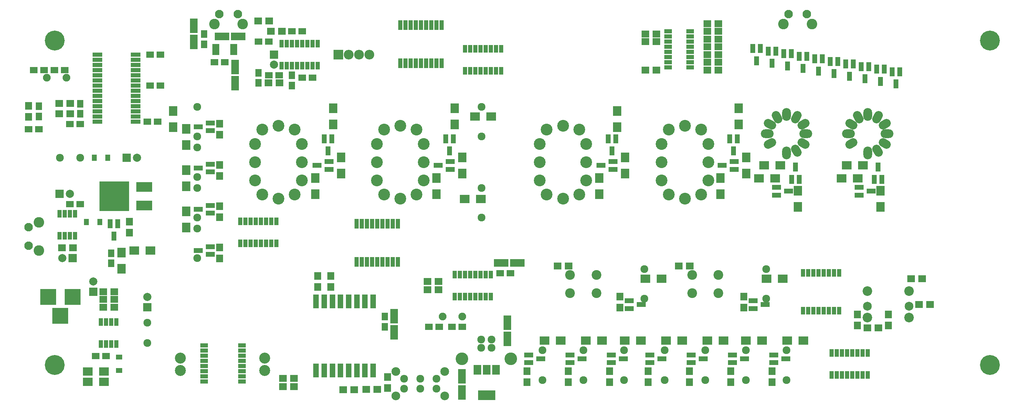
<source format=gbs>
G04 #@! TF.FileFunction,Soldermask,Bot*
%FSLAX46Y46*%
G04 Gerber Fmt 4.6, Leading zero omitted, Abs format (unit mm)*
G04 Created by KiCad (PCBNEW 4.0.5) date 04/11/17 00:20:58*
%MOMM*%
%LPD*%
G01*
G04 APERTURE LIST*
%ADD10C,0.100000*%
%ADD11C,1.900000*%
%ADD12C,2.700000*%
%ADD13R,2.400000X1.000000*%
%ADD14R,1.900000X1.000000*%
%ADD15C,2.900000*%
%ADD16R,4.200000X2.400000*%
%ADD17R,1.900000X2.400000*%
%ADD18R,1.000000X1.900000*%
%ADD19R,1.000000X2.400000*%
%ADD20R,1.000000X1.950000*%
%ADD21R,1.800000X0.700000*%
%ADD22C,2.362000*%
%ADD23C,2.162000*%
%ADD24C,2.600000*%
%ADD25C,2.100000*%
%ADD26C,2.400000*%
%ADD27C,1.924000*%
%ADD28C,2.150000*%
%ADD29R,2.400000X2.100000*%
%ADD30R,2.100000X2.400000*%
%ADD31R,1.900000X1.700000*%
%ADD32R,2.300000X1.200000*%
%ADD33R,1.200000X2.300000*%
%ADD34R,3.900000X2.400000*%
%ADD35R,7.400000X7.400000*%
%ADD36R,3.900000X3.900000*%
%ADD37C,1.920000*%
%ADD38C,3.100000*%
%ADD39R,1.300000X1.600000*%
%ADD40R,1.600000X1.300000*%
%ADD41R,3.600000X1.900000*%
%ADD42R,1.650000X1.900000*%
%ADD43R,1.900000X1.650000*%
%ADD44R,1.900000X3.600000*%
%ADD45R,2.000000X2.000000*%
%ADD46C,2.000000*%
%ADD47R,1.700000X1.900000*%
%ADD48R,1.400000X3.400000*%
%ADD49O,2.150000X3.150000*%
%ADD50C,2.150000*%
%ADD51O,3.150000X2.150000*%
%ADD52O,2.398980X2.398980*%
%ADD53R,2.398980X2.398980*%
%ADD54C,4.900000*%
G04 APERTURE END LIST*
D10*
X222393000Y-56000000D02*
G75*
G03X222393000Y-56000000I-1143000J0D01*
G01*
X216389000Y-53500000D02*
G75*
G03X216389000Y-53500000I-889000J0D01*
G01*
X220889000Y-53500000D02*
G75*
G03X220889000Y-53500000I-889000J0D01*
G01*
X215393000Y-56000000D02*
G75*
G03X215393000Y-56000000I-1143000J0D01*
G01*
X82393000Y-56000000D02*
G75*
G03X82393000Y-56000000I-1143000J0D01*
G01*
X76389000Y-53500000D02*
G75*
G03X76389000Y-53500000I-889000J0D01*
G01*
X80889000Y-53500000D02*
G75*
G03X80889000Y-53500000I-889000J0D01*
G01*
X75393000Y-56000000D02*
G75*
G03X75393000Y-56000000I-1143000J0D01*
G01*
X32218000Y-104795000D02*
G75*
G03X32218000Y-104795000I-1143000J0D01*
G01*
X29464000Y-110545000D02*
G75*
G03X29464000Y-110545000I-889000J0D01*
G01*
X29464000Y-106045000D02*
G75*
G03X29464000Y-106045000I-889000J0D01*
G01*
X32218000Y-111795000D02*
G75*
G03X32218000Y-111795000I-1143000J0D01*
G01*
D11*
X33020000Y-69215000D03*
X37900000Y-69215000D03*
D12*
X65850800Y-138250800D03*
X65850800Y-141350800D03*
X86650800Y-138250800D03*
X86650800Y-141350800D03*
D13*
X54865000Y-63500000D03*
X54865000Y-64770000D03*
X54865000Y-66040000D03*
X54865000Y-67310000D03*
X54865000Y-68580000D03*
X54865000Y-69850000D03*
X54865000Y-71120000D03*
X54865000Y-72390000D03*
X54865000Y-73660000D03*
X54865000Y-74930000D03*
X54865000Y-76200000D03*
X54865000Y-77470000D03*
X54865000Y-78740000D03*
X54865000Y-80010000D03*
X45465000Y-80010000D03*
X45465000Y-78740000D03*
X45465000Y-77470000D03*
X45465000Y-76200000D03*
X45465000Y-74930000D03*
X45465000Y-73660000D03*
X45465000Y-72390000D03*
X45465000Y-71120000D03*
X45465000Y-69850000D03*
X45465000Y-68580000D03*
X45465000Y-67310000D03*
X45465000Y-66040000D03*
X45465000Y-64770000D03*
X45465000Y-63500000D03*
D14*
X71753200Y-144043400D03*
X71753200Y-142773400D03*
X71753200Y-141503400D03*
X71753200Y-140233400D03*
X71753200Y-138963400D03*
X71753200Y-137693400D03*
X71753200Y-136423400D03*
X71753200Y-135153400D03*
X81053200Y-135153400D03*
X81053200Y-136423400D03*
X81053200Y-137693400D03*
X81053200Y-138963400D03*
X81053200Y-140233400D03*
X81053200Y-141503400D03*
X81053200Y-142773400D03*
X81053200Y-144043400D03*
D15*
X164000000Y-82000000D03*
X165750000Y-85500000D03*
X165750000Y-90000000D03*
X165750000Y-94500000D03*
X164000000Y-98000000D03*
X160000000Y-99000000D03*
X156000000Y-98000000D03*
X154250000Y-94500000D03*
X154250000Y-90000000D03*
X154250000Y-85500000D03*
X156000000Y-82000000D03*
X160000000Y-81000000D03*
D16*
X141224000Y-147422000D03*
D17*
X141224000Y-141122000D03*
X143524000Y-141122000D03*
X138924000Y-141122000D03*
D15*
X124000000Y-82000000D03*
X125750000Y-85500000D03*
X125750000Y-90000000D03*
X125750000Y-94500000D03*
X124000000Y-98000000D03*
X120000000Y-99000000D03*
X116000000Y-98000000D03*
X114250000Y-94500000D03*
X114250000Y-90000000D03*
X114250000Y-85500000D03*
X116000000Y-82000000D03*
X120000000Y-81000000D03*
X94000000Y-82000000D03*
X95750000Y-85500000D03*
X95750000Y-90000000D03*
X95750000Y-94500000D03*
X94000000Y-98000000D03*
X90000000Y-99000000D03*
X86000000Y-98000000D03*
X84250000Y-94500000D03*
X84250000Y-90000000D03*
X84250000Y-85500000D03*
X86000000Y-82000000D03*
X90000000Y-81000000D03*
D18*
X135890000Y-62070000D03*
X137160000Y-62070000D03*
X138430000Y-62070000D03*
X139700000Y-62070000D03*
X140970000Y-62070000D03*
X142240000Y-62070000D03*
X143510000Y-62070000D03*
X144780000Y-62070000D03*
X144780000Y-67470000D03*
X143510000Y-67470000D03*
X142240000Y-67470000D03*
X140970000Y-67470000D03*
X139700000Y-67470000D03*
X138430000Y-67470000D03*
X137160000Y-67470000D03*
X135890000Y-67470000D03*
X89535000Y-110015000D03*
X88265000Y-110015000D03*
X86995000Y-110015000D03*
X85725000Y-110015000D03*
X84455000Y-110015000D03*
X83185000Y-110015000D03*
X81915000Y-110015000D03*
X80645000Y-110015000D03*
X80645000Y-104615000D03*
X81915000Y-104615000D03*
X83185000Y-104615000D03*
X84455000Y-104615000D03*
X85725000Y-104615000D03*
X86995000Y-104615000D03*
X88265000Y-104615000D03*
X89535000Y-104615000D03*
X226060000Y-137000000D03*
X227330000Y-137000000D03*
X228600000Y-137000000D03*
X229870000Y-137000000D03*
X231140000Y-137000000D03*
X232410000Y-137000000D03*
X233680000Y-137000000D03*
X234950000Y-137000000D03*
X234950000Y-142400000D03*
X233680000Y-142400000D03*
X232410000Y-142400000D03*
X231140000Y-142400000D03*
X229870000Y-142400000D03*
X228600000Y-142400000D03*
X227330000Y-142400000D03*
X226060000Y-142400000D03*
D14*
X191295000Y-57785000D03*
X191295000Y-59055000D03*
X191295000Y-60325000D03*
X191295000Y-61595000D03*
X191295000Y-62865000D03*
X191295000Y-64135000D03*
X191295000Y-65405000D03*
X191295000Y-66675000D03*
X185895000Y-66675000D03*
X185895000Y-65405000D03*
X185895000Y-64135000D03*
X185895000Y-62865000D03*
X185895000Y-61595000D03*
X185895000Y-60325000D03*
X185895000Y-59055000D03*
X185895000Y-57785000D03*
D19*
X109220000Y-105155000D03*
X110490000Y-105155000D03*
X111760000Y-105155000D03*
X113030000Y-105155000D03*
X114300000Y-105155000D03*
X115570000Y-105155000D03*
X116840000Y-105155000D03*
X118110000Y-105155000D03*
X119380000Y-105155000D03*
X119380000Y-114555000D03*
X118110000Y-114555000D03*
X116840000Y-114555000D03*
X115570000Y-114555000D03*
X114300000Y-114555000D03*
X113030000Y-114555000D03*
X111760000Y-114555000D03*
X110490000Y-114555000D03*
X109220000Y-114555000D03*
X120015000Y-56260000D03*
X121285000Y-56260000D03*
X122555000Y-56260000D03*
X123825000Y-56260000D03*
X125095000Y-56260000D03*
X126365000Y-56260000D03*
X127635000Y-56260000D03*
X128905000Y-56260000D03*
X130175000Y-56260000D03*
X130175000Y-65660000D03*
X128905000Y-65660000D03*
X127635000Y-65660000D03*
X126365000Y-65660000D03*
X125095000Y-65660000D03*
X123825000Y-65660000D03*
X122555000Y-65660000D03*
X121285000Y-65660000D03*
X120015000Y-65660000D03*
D20*
X36195000Y-102710000D03*
X37465000Y-102710000D03*
X38735000Y-102710000D03*
X40005000Y-102710000D03*
X40005000Y-108110000D03*
X38735000Y-108110000D03*
X37465000Y-108110000D03*
X36195000Y-108110000D03*
X50165000Y-134780000D03*
X48895000Y-134780000D03*
X47625000Y-134780000D03*
X46355000Y-134780000D03*
X46355000Y-129380000D03*
X47625000Y-129380000D03*
X48895000Y-129380000D03*
X50165000Y-129380000D03*
D21*
X74635000Y-63230000D03*
X74635000Y-62730000D03*
X74635000Y-62230000D03*
X74635000Y-61730000D03*
X74635000Y-61230000D03*
X79035000Y-61230000D03*
X79035000Y-61730000D03*
X79035000Y-62230000D03*
X79035000Y-62730000D03*
X79035000Y-63230000D03*
D18*
X227965000Y-126570000D03*
X226695000Y-126570000D03*
X225425000Y-126570000D03*
X224155000Y-126570000D03*
X222885000Y-126570000D03*
X221615000Y-126570000D03*
X220345000Y-126570000D03*
X219075000Y-126570000D03*
X219075000Y-117270000D03*
X220345000Y-117270000D03*
X221615000Y-117270000D03*
X222885000Y-117270000D03*
X224155000Y-117270000D03*
X225425000Y-117270000D03*
X226695000Y-117270000D03*
X227965000Y-117270000D03*
D22*
X234850000Y-121750000D03*
D23*
X234850000Y-125450000D03*
D22*
X234850000Y-128250000D03*
X245150000Y-128250000D03*
D23*
X245150000Y-125450000D03*
D22*
X245150000Y-121750000D03*
D24*
X221250000Y-56000000D03*
X214250000Y-56000000D03*
D25*
X220000000Y-53500000D03*
X215500000Y-53500000D03*
D24*
X81250000Y-56000000D03*
X74250000Y-56000000D03*
D25*
X80000000Y-53500000D03*
X75500000Y-53500000D03*
D26*
X161750000Y-122250000D03*
X161750000Y-117750000D03*
X168250000Y-122250000D03*
X168250000Y-117750000D03*
X191750000Y-122250000D03*
X191750000Y-117750000D03*
X198250000Y-122250000D03*
X198250000Y-117750000D03*
D24*
X31075000Y-104795000D03*
X31075000Y-111795000D03*
D25*
X28575000Y-106045000D03*
X28575000Y-110545000D03*
D27*
X120917200Y-145826800D03*
X124917200Y-145826800D03*
X128917200Y-145826800D03*
X120917200Y-143326800D03*
X124917200Y-143326800D03*
X128917200Y-143326800D03*
D28*
X118917200Y-141576800D03*
X118917200Y-147576800D03*
X130917200Y-147576800D03*
X130917200Y-141576800D03*
D29*
X233775000Y-90805000D03*
X229775000Y-90805000D03*
X215170000Y-133985000D03*
X219170000Y-133985000D03*
X232505000Y-93980000D03*
X228505000Y-93980000D03*
D30*
X238125000Y-101060000D03*
X238125000Y-97060000D03*
D29*
X205010000Y-133985000D03*
X209010000Y-133985000D03*
X213455000Y-90805000D03*
X209455000Y-90805000D03*
X212185000Y-93980000D03*
X208185000Y-93980000D03*
D30*
X217805000Y-101060000D03*
X217805000Y-97060000D03*
D29*
X195485000Y-133985000D03*
X199485000Y-133985000D03*
D30*
X198755000Y-93885000D03*
X198755000Y-97885000D03*
X203200000Y-80740000D03*
X203200000Y-76740000D03*
X205105000Y-92805000D03*
X205105000Y-88805000D03*
D29*
X185325000Y-133985000D03*
X189325000Y-133985000D03*
D30*
X168910000Y-93885000D03*
X168910000Y-97885000D03*
X173355000Y-81375000D03*
X173355000Y-77375000D03*
X175260000Y-92805000D03*
X175260000Y-88805000D03*
D29*
X175165000Y-133985000D03*
X179165000Y-133985000D03*
X165640000Y-133985000D03*
X169640000Y-133985000D03*
D30*
X133350000Y-80740000D03*
X133350000Y-76740000D03*
X135255000Y-92805000D03*
X135255000Y-88805000D03*
X99060000Y-93885000D03*
X99060000Y-97885000D03*
X67310000Y-106140000D03*
X67310000Y-102140000D03*
X67310000Y-85820000D03*
X67310000Y-81820000D03*
D29*
X155480000Y-133985000D03*
X159480000Y-133985000D03*
D30*
X103505000Y-80740000D03*
X103505000Y-76740000D03*
X105410000Y-92805000D03*
X105410000Y-88805000D03*
X67310000Y-95980000D03*
X67310000Y-91980000D03*
X64135000Y-77375000D03*
X64135000Y-81375000D03*
D29*
X180245000Y-118745000D03*
X184245000Y-118745000D03*
X135795000Y-99060000D03*
X139795000Y-99060000D03*
X138335000Y-78740000D03*
X142335000Y-78740000D03*
X210090000Y-118745000D03*
X214090000Y-118745000D03*
X58515000Y-111760000D03*
X54515000Y-111760000D03*
D30*
X51435000Y-112300000D03*
X51435000Y-116300000D03*
D31*
X36750000Y-111125000D03*
X39450000Y-111125000D03*
X46910000Y-125730000D03*
X49610000Y-125730000D03*
X46910000Y-123825000D03*
X49610000Y-123825000D03*
X46910000Y-121920000D03*
X49610000Y-121920000D03*
D29*
X43085000Y-141605000D03*
X47085000Y-141605000D03*
X43085000Y-144145000D03*
X47085000Y-144145000D03*
D31*
X36115000Y-75565000D03*
X38815000Y-75565000D03*
X36115000Y-78105000D03*
X38815000Y-78105000D03*
D32*
X211860000Y-139380000D03*
X211860000Y-137480000D03*
X214860000Y-138430000D03*
D33*
X221935000Y-64540000D03*
X223835000Y-64540000D03*
X222885000Y-67540000D03*
X238440000Y-94210000D03*
X236540000Y-94210000D03*
X237490000Y-91210000D03*
X225745000Y-65175000D03*
X227645000Y-65175000D03*
X226695000Y-68175000D03*
D32*
X201700000Y-139380000D03*
X201700000Y-137480000D03*
X204700000Y-138430000D03*
X232815000Y-98105000D03*
X232815000Y-96205000D03*
X235815000Y-97155000D03*
D33*
X229555000Y-65810000D03*
X231455000Y-65810000D03*
X230505000Y-68810000D03*
X218120000Y-94210000D03*
X216220000Y-94210000D03*
X217170000Y-91210000D03*
D32*
X191540000Y-139380000D03*
X191540000Y-137480000D03*
X194540000Y-138430000D03*
X212495000Y-98105000D03*
X212495000Y-96205000D03*
X215495000Y-97155000D03*
D33*
X233365000Y-66445000D03*
X235265000Y-66445000D03*
X234315000Y-69445000D03*
D32*
X202160000Y-89855000D03*
X202160000Y-91755000D03*
X199160000Y-90805000D03*
X181380000Y-139380000D03*
X181380000Y-137480000D03*
X184380000Y-138430000D03*
D33*
X200980000Y-84225000D03*
X202880000Y-84225000D03*
X201930000Y-87225000D03*
X237175000Y-67080000D03*
X239075000Y-67080000D03*
X238125000Y-70080000D03*
D32*
X171855000Y-139380000D03*
X171855000Y-137480000D03*
X174855000Y-138430000D03*
X172315000Y-89855000D03*
X172315000Y-91755000D03*
X169315000Y-90805000D03*
D33*
X240985000Y-67715000D03*
X242885000Y-67715000D03*
X241935000Y-70715000D03*
X171135000Y-84225000D03*
X173035000Y-84225000D03*
X172085000Y-87225000D03*
D32*
X161695000Y-139380000D03*
X161695000Y-137480000D03*
X164695000Y-138430000D03*
D33*
X218125000Y-63905000D03*
X220025000Y-63905000D03*
X219075000Y-66905000D03*
X131130000Y-84225000D03*
X133030000Y-84225000D03*
X132080000Y-87225000D03*
D32*
X73255000Y-110810000D03*
X73255000Y-112710000D03*
X70255000Y-111760000D03*
X73255000Y-90490000D03*
X73255000Y-92390000D03*
X70255000Y-91440000D03*
X151535000Y-139380000D03*
X151535000Y-137480000D03*
X154535000Y-138430000D03*
D33*
X206695000Y-62000000D03*
X208595000Y-62000000D03*
X207645000Y-65000000D03*
D32*
X102465000Y-89855000D03*
X102465000Y-91755000D03*
X99465000Y-90805000D03*
X73255000Y-100650000D03*
X73255000Y-102550000D03*
X70255000Y-101600000D03*
X73255000Y-80330000D03*
X73255000Y-82230000D03*
X70255000Y-81280000D03*
D33*
X214315000Y-63270000D03*
X216215000Y-63270000D03*
X215265000Y-66270000D03*
X101285000Y-84225000D03*
X103185000Y-84225000D03*
X102235000Y-87225000D03*
X210505000Y-62635000D03*
X212405000Y-62635000D03*
X211455000Y-65635000D03*
D32*
X176300000Y-126045000D03*
X176300000Y-124145000D03*
X179300000Y-125095000D03*
X206780000Y-126045000D03*
X206780000Y-124145000D03*
X209780000Y-125095000D03*
D34*
X57040000Y-96135000D03*
X57040000Y-100715000D03*
D35*
X49640000Y-98435000D03*
D33*
X48580000Y-105180000D03*
X50480000Y-105180000D03*
X49530000Y-108180000D03*
D27*
X140000000Y-96350000D03*
X140000000Y-103650000D03*
X140000000Y-76350000D03*
X140000000Y-83650000D03*
X210000000Y-116350000D03*
X210000000Y-123650000D03*
X180000000Y-116350000D03*
X180000000Y-123650000D03*
X70000000Y-106350000D03*
X70000000Y-113650000D03*
X70000000Y-96350000D03*
X70000000Y-103650000D03*
X70000000Y-86350000D03*
X70000000Y-93650000D03*
X70000000Y-76350000D03*
X70000000Y-83650000D03*
X215000000Y-136350000D03*
X215000000Y-143650000D03*
X205000000Y-136350000D03*
X205000000Y-143650000D03*
X195000000Y-136350000D03*
X195000000Y-143650000D03*
X185000000Y-136350000D03*
X185000000Y-143650000D03*
X175000000Y-136350000D03*
X175000000Y-143650000D03*
X165000000Y-136350000D03*
X165000000Y-143650000D03*
X155000000Y-136350000D03*
X155000000Y-143650000D03*
D36*
X39370000Y-123190000D03*
X33370000Y-123190000D03*
X36370000Y-127890000D03*
D37*
X139903200Y-133705600D03*
X142443200Y-133705600D03*
X142443200Y-135705600D03*
X139903200Y-135705600D03*
D38*
X135173200Y-138405600D03*
X147173200Y-138405600D03*
D39*
X48005000Y-88900000D03*
X44705000Y-88900000D03*
X46100000Y-104775000D03*
X42800000Y-104775000D03*
D40*
X50800000Y-138050000D03*
X50800000Y-141350000D03*
D41*
X144812000Y-114808000D03*
X148812000Y-114808000D03*
D42*
X116187220Y-128046160D03*
X116187220Y-130546160D03*
D43*
X135235000Y-130556000D03*
X132735000Y-130556000D03*
X129520000Y-130556000D03*
X127020000Y-130556000D03*
D44*
X118488460Y-127951480D03*
X118488460Y-131951480D03*
D43*
X144546000Y-117348000D03*
X147046000Y-117348000D03*
D44*
X135128000Y-146780000D03*
X135128000Y-142780000D03*
X146304000Y-133572000D03*
X146304000Y-129572000D03*
D43*
X57805000Y-80010000D03*
X60305000Y-80010000D03*
X41255000Y-80645000D03*
X38755000Y-80645000D03*
X32365000Y-67310000D03*
X29865000Y-67310000D03*
X58440000Y-71120000D03*
X60940000Y-71120000D03*
X58440000Y-63500000D03*
X60940000Y-63500000D03*
X37445000Y-67310000D03*
X34945000Y-67310000D03*
D42*
X41275000Y-78085000D03*
X41275000Y-75585000D03*
X31115000Y-76220000D03*
X31115000Y-78720000D03*
D43*
X28595000Y-81915000D03*
X31095000Y-81915000D03*
X76815000Y-65405000D03*
X74315000Y-65405000D03*
D41*
X80105000Y-59055000D03*
X76105000Y-59055000D03*
D44*
X79375000Y-66580000D03*
X79375000Y-70580000D03*
D42*
X71755000Y-60940000D03*
X71755000Y-58440000D03*
D44*
X69215000Y-60420000D03*
X69215000Y-56420000D03*
D42*
X85090000Y-67965000D03*
X85090000Y-70465000D03*
D43*
X87610000Y-60325000D03*
X85110000Y-60325000D03*
D45*
X57785000Y-125730000D03*
D46*
X57785000Y-123230000D03*
D43*
X47605000Y-137795000D03*
X45105000Y-137795000D03*
D45*
X44450000Y-121920000D03*
D46*
X44450000Y-119420000D03*
D45*
X39370000Y-113665000D03*
D46*
X36870000Y-113665000D03*
D45*
X36195000Y-97790000D03*
D46*
X38695000Y-97790000D03*
D45*
X52705000Y-88900000D03*
D46*
X55205000Y-88900000D03*
D42*
X48895000Y-112415000D03*
X48895000Y-114915000D03*
D47*
X99695000Y-118030000D03*
X99695000Y-120730000D03*
X102870000Y-120730000D03*
X102870000Y-118030000D03*
D31*
X87710000Y-55245000D03*
X85010000Y-55245000D03*
X158670000Y-115570000D03*
X161370000Y-115570000D03*
X188515000Y-115570000D03*
X191215000Y-115570000D03*
X248365000Y-118745000D03*
X245665000Y-118745000D03*
X250270000Y-125095000D03*
X247570000Y-125095000D03*
D47*
X232410000Y-130255000D03*
X232410000Y-127555000D03*
X240030000Y-130255000D03*
X240030000Y-127555000D03*
D31*
X237570000Y-130810000D03*
X234870000Y-130810000D03*
X111650000Y-146000000D03*
X114350000Y-146000000D03*
X93806000Y-145288000D03*
X91106000Y-145288000D03*
X93806000Y-143256000D03*
X91106000Y-143256000D03*
X108665000Y-146050000D03*
X105965000Y-146050000D03*
D47*
X116840000Y-142922000D03*
X116840000Y-145622000D03*
D31*
X129366000Y-119380000D03*
X126666000Y-119380000D03*
X129366000Y-121412000D03*
X126666000Y-121412000D03*
D47*
X28575000Y-76120000D03*
X28575000Y-78820000D03*
D31*
X90250000Y-70485000D03*
X87550000Y-70485000D03*
X90885000Y-57785000D03*
X88185000Y-57785000D03*
D47*
X53340000Y-104695000D03*
X53340000Y-107395000D03*
X204470000Y-125810000D03*
X204470000Y-123110000D03*
X173990000Y-125810000D03*
X173990000Y-123110000D03*
D31*
X198200000Y-59690000D03*
X195500000Y-59690000D03*
X180260000Y-60325000D03*
X182960000Y-60325000D03*
D47*
X75565000Y-80565000D03*
X75565000Y-83265000D03*
X75565000Y-100885000D03*
X75565000Y-103585000D03*
D31*
X198200000Y-57785000D03*
X195500000Y-57785000D03*
D47*
X151130000Y-141525000D03*
X151130000Y-144225000D03*
X75565000Y-90725000D03*
X75565000Y-93425000D03*
X75565000Y-111045000D03*
X75565000Y-113745000D03*
D31*
X180260000Y-58420000D03*
X182960000Y-58420000D03*
D47*
X161290000Y-141525000D03*
X161290000Y-144225000D03*
D31*
X198200000Y-55880000D03*
X195500000Y-55880000D03*
D47*
X171450000Y-141525000D03*
X171450000Y-144225000D03*
D31*
X198200000Y-65405000D03*
X195500000Y-65405000D03*
D47*
X180975000Y-141525000D03*
X180975000Y-144225000D03*
D31*
X198200000Y-67310000D03*
X195500000Y-67310000D03*
D47*
X191135000Y-141525000D03*
X191135000Y-144225000D03*
D31*
X198200000Y-61595000D03*
X195500000Y-61595000D03*
D47*
X201295000Y-141525000D03*
X201295000Y-144225000D03*
D31*
X180260000Y-67310000D03*
X182960000Y-67310000D03*
X198200000Y-63500000D03*
X195500000Y-63500000D03*
D47*
X211455000Y-141525000D03*
X211455000Y-144225000D03*
D11*
X135255000Y-128016000D03*
X130375000Y-128016000D03*
D43*
X38755000Y-100330000D03*
X41255000Y-100330000D03*
D48*
X99287360Y-124288660D03*
X101287360Y-124288660D03*
X103287360Y-124288660D03*
X105287360Y-124288660D03*
X107287360Y-124288660D03*
X109287360Y-124288660D03*
X111287360Y-124288660D03*
X113287360Y-124288660D03*
X113287360Y-141288660D03*
X111287360Y-141288660D03*
X109287360Y-141288660D03*
X107287360Y-141288660D03*
X105287360Y-141288660D03*
X103287360Y-141288660D03*
X101287360Y-141288660D03*
X99287360Y-141288660D03*
D18*
X142240000Y-123096000D03*
X140970000Y-123096000D03*
X139700000Y-123096000D03*
X138430000Y-123096000D03*
X137160000Y-123096000D03*
X135890000Y-123096000D03*
X134620000Y-123096000D03*
X133350000Y-123096000D03*
X133350000Y-117696000D03*
X134620000Y-117696000D03*
X135890000Y-117696000D03*
X137160000Y-117696000D03*
X138430000Y-117696000D03*
X139700000Y-117696000D03*
X140970000Y-117696000D03*
X142240000Y-117696000D03*
D49*
X235000000Y-87750000D03*
D50*
X237125000Y-86680587D02*
X237625000Y-87546613D01*
X238680587Y-85125000D02*
X239546613Y-85625000D01*
D51*
X239750000Y-83000000D03*
D50*
X238680587Y-80875000D02*
X239546613Y-80375000D01*
X237125000Y-79319413D02*
X237625000Y-78453387D01*
D49*
X235000000Y-78250000D03*
D50*
X232875000Y-79319413D02*
X232375000Y-78453387D01*
X231319413Y-80875000D02*
X230453387Y-80375000D01*
D51*
X230250000Y-83000000D03*
D50*
X231319413Y-85125000D02*
X230453387Y-85625000D01*
D49*
X215000000Y-87750000D03*
D50*
X217125000Y-86680587D02*
X217625000Y-87546613D01*
X218680587Y-85125000D02*
X219546613Y-85625000D01*
D51*
X219750000Y-83000000D03*
D50*
X218680587Y-80875000D02*
X219546613Y-80375000D01*
X217125000Y-79319413D02*
X217625000Y-78453387D01*
D49*
X215000000Y-78250000D03*
D50*
X212875000Y-79319413D02*
X212375000Y-78453387D01*
X211319413Y-80875000D02*
X210453387Y-80375000D01*
D51*
X210250000Y-83000000D03*
D50*
X211319413Y-85125000D02*
X210453387Y-85625000D01*
D15*
X194000000Y-82000000D03*
X195750000Y-85500000D03*
X195750000Y-90000000D03*
X195750000Y-94500000D03*
X194000000Y-98000000D03*
X190000000Y-99000000D03*
X186000000Y-98000000D03*
X184250000Y-94500000D03*
X184250000Y-90000000D03*
X184250000Y-85500000D03*
X186000000Y-82000000D03*
X190000000Y-81000000D03*
D30*
X128905000Y-93885000D03*
X128905000Y-97885000D03*
D32*
X132310000Y-89855000D03*
X132310000Y-91755000D03*
X129310000Y-90805000D03*
D43*
X95865000Y-57785000D03*
X93365000Y-57785000D03*
D45*
X88900000Y-63500000D03*
D46*
X88900000Y-66000000D03*
D43*
X95905000Y-69215000D03*
X98405000Y-69215000D03*
D42*
X93345000Y-68600000D03*
X93345000Y-71100000D03*
D43*
X90150000Y-68580000D03*
X87650000Y-68580000D03*
D52*
X112395000Y-63500000D03*
D53*
X104775000Y-63500000D03*
D52*
X107315000Y-63500000D03*
X109855000Y-63500000D03*
D27*
X57785000Y-134580000D03*
X57785000Y-129580000D03*
X41235000Y-88900000D03*
X36235000Y-88900000D03*
D18*
X99695000Y-66200000D03*
X98425000Y-66200000D03*
X97155000Y-66200000D03*
X95885000Y-66200000D03*
X94615000Y-66200000D03*
X93345000Y-66200000D03*
X92075000Y-66200000D03*
X90805000Y-66200000D03*
X90805000Y-60800000D03*
X92075000Y-60800000D03*
X93345000Y-60800000D03*
X94615000Y-60800000D03*
X95885000Y-60800000D03*
X97155000Y-60800000D03*
X98425000Y-60800000D03*
X99695000Y-60800000D03*
D54*
X35000000Y-60000000D03*
X265000000Y-60000000D03*
X265000000Y-140000000D03*
X35000000Y-140000000D03*
M02*

</source>
